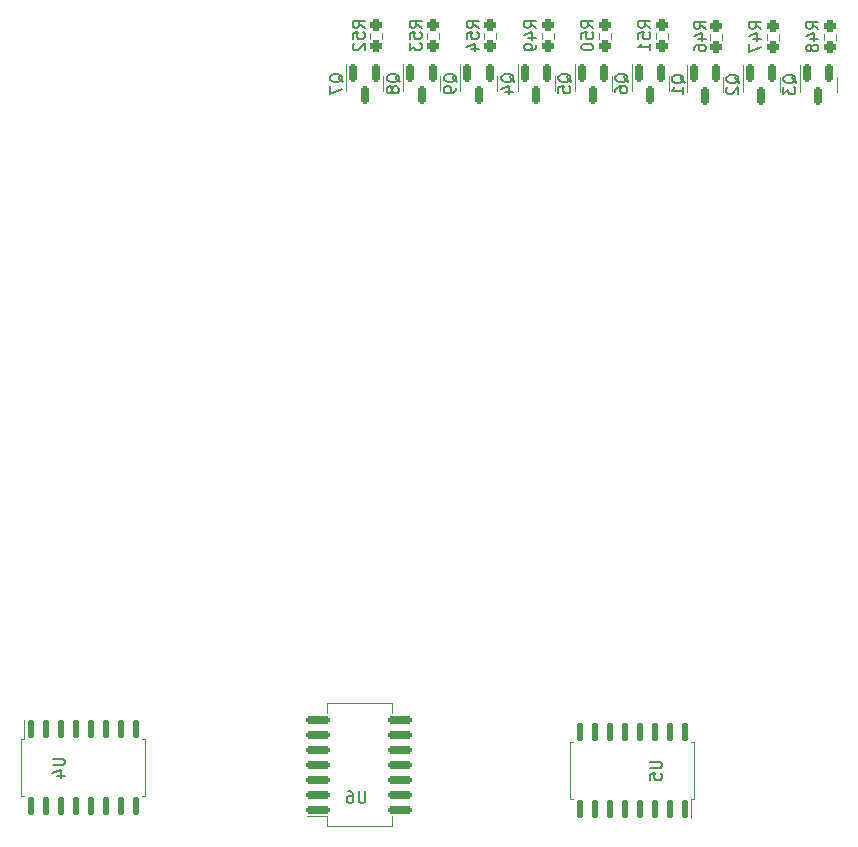
<source format=gbo>
G04 #@! TF.GenerationSoftware,KiCad,Pcbnew,(6.0.7)*
G04 #@! TF.CreationDate,2023-03-20T21:26:27-05:00*
G04 #@! TF.ProjectId,DriveBoard_Rev2,44726976-6542-46f6-9172-645f52657632,rev?*
G04 #@! TF.SameCoordinates,Original*
G04 #@! TF.FileFunction,Legend,Bot*
G04 #@! TF.FilePolarity,Positive*
%FSLAX46Y46*%
G04 Gerber Fmt 4.6, Leading zero omitted, Abs format (unit mm)*
G04 Created by KiCad (PCBNEW (6.0.7)) date 2023-03-20 21:26:27*
%MOMM*%
%LPD*%
G01*
G04 APERTURE LIST*
G04 Aperture macros list*
%AMRoundRect*
0 Rectangle with rounded corners*
0 $1 Rounding radius*
0 $2 $3 $4 $5 $6 $7 $8 $9 X,Y pos of 4 corners*
0 Add a 4 corners polygon primitive as box body*
4,1,4,$2,$3,$4,$5,$6,$7,$8,$9,$2,$3,0*
0 Add four circle primitives for the rounded corners*
1,1,$1+$1,$2,$3*
1,1,$1+$1,$4,$5*
1,1,$1+$1,$6,$7*
1,1,$1+$1,$8,$9*
0 Add four rect primitives between the rounded corners*
20,1,$1+$1,$2,$3,$4,$5,0*
20,1,$1+$1,$4,$5,$6,$7,0*
20,1,$1+$1,$6,$7,$8,$9,0*
20,1,$1+$1,$8,$9,$2,$3,0*%
G04 Aperture macros list end*
%ADD10C,0.150000*%
%ADD11C,0.120000*%
%ADD12C,1.524000*%
%ADD13R,1.600000X1.600000*%
%ADD14C,1.600000*%
%ADD15C,1.100000*%
%ADD16C,1.400000*%
%ADD17C,4.000000*%
%ADD18C,2.000000*%
%ADD19C,2.946400*%
%ADD20O,2.200000X3.500000*%
%ADD21R,1.500000X2.500000*%
%ADD22O,1.500000X2.500000*%
%ADD23C,1.308000*%
%ADD24C,1.208000*%
%ADD25O,3.000000X5.100000*%
%ADD26R,1.358000X1.358000*%
%ADD27C,1.358000*%
%ADD28RoundRect,0.237500X-0.237500X0.250000X-0.237500X-0.250000X0.237500X-0.250000X0.237500X0.250000X0*%
%ADD29RoundRect,0.150000X-0.150000X0.587500X-0.150000X-0.587500X0.150000X-0.587500X0.150000X0.587500X0*%
%ADD30RoundRect,0.137500X-0.137500X0.662500X-0.137500X-0.662500X0.137500X-0.662500X0.137500X0.662500X0*%
%ADD31RoundRect,0.137500X0.137500X-0.662500X0.137500X0.662500X-0.137500X0.662500X-0.137500X-0.662500X0*%
%ADD32RoundRect,0.150000X-0.837500X-0.150000X0.837500X-0.150000X0.837500X0.150000X-0.837500X0.150000X0*%
G04 APERTURE END LIST*
D10*
X169823380Y-69031642D02*
X169347190Y-68698309D01*
X169823380Y-68460214D02*
X168823380Y-68460214D01*
X168823380Y-68841166D01*
X168871000Y-68936404D01*
X168918619Y-68984023D01*
X169013857Y-69031642D01*
X169156714Y-69031642D01*
X169251952Y-68984023D01*
X169299571Y-68936404D01*
X169347190Y-68841166D01*
X169347190Y-68460214D01*
X169156714Y-69888785D02*
X169823380Y-69888785D01*
X168775761Y-69650690D02*
X169490047Y-69412595D01*
X169490047Y-70031642D01*
X168823380Y-70841166D02*
X168823380Y-70650690D01*
X168871000Y-70555452D01*
X168918619Y-70507833D01*
X169061476Y-70412595D01*
X169251952Y-70364976D01*
X169632904Y-70364976D01*
X169728142Y-70412595D01*
X169775761Y-70460214D01*
X169823380Y-70555452D01*
X169823380Y-70745928D01*
X169775761Y-70841166D01*
X169728142Y-70888785D01*
X169632904Y-70936404D01*
X169394809Y-70936404D01*
X169299571Y-70888785D01*
X169251952Y-70841166D01*
X169204333Y-70745928D01*
X169204333Y-70555452D01*
X169251952Y-70460214D01*
X169299571Y-70412595D01*
X169394809Y-70364976D01*
X150566380Y-68953142D02*
X150090190Y-68619809D01*
X150566380Y-68381714D02*
X149566380Y-68381714D01*
X149566380Y-68762666D01*
X149614000Y-68857904D01*
X149661619Y-68905523D01*
X149756857Y-68953142D01*
X149899714Y-68953142D01*
X149994952Y-68905523D01*
X150042571Y-68857904D01*
X150090190Y-68762666D01*
X150090190Y-68381714D01*
X149566380Y-69857904D02*
X149566380Y-69381714D01*
X150042571Y-69334095D01*
X149994952Y-69381714D01*
X149947333Y-69476952D01*
X149947333Y-69715047D01*
X149994952Y-69810285D01*
X150042571Y-69857904D01*
X150137809Y-69905523D01*
X150375904Y-69905523D01*
X150471142Y-69857904D01*
X150518761Y-69810285D01*
X150566380Y-69715047D01*
X150566380Y-69476952D01*
X150518761Y-69381714D01*
X150471142Y-69334095D01*
X149899714Y-70762666D02*
X150566380Y-70762666D01*
X149518761Y-70524571D02*
X150233047Y-70286476D01*
X150233047Y-70905523D01*
X158421619Y-73564761D02*
X158374000Y-73469523D01*
X158278761Y-73374285D01*
X158135904Y-73231428D01*
X158088285Y-73136190D01*
X158088285Y-73040952D01*
X158326380Y-73088571D02*
X158278761Y-72993333D01*
X158183523Y-72898095D01*
X157993047Y-72850476D01*
X157659714Y-72850476D01*
X157469238Y-72898095D01*
X157374000Y-72993333D01*
X157326380Y-73088571D01*
X157326380Y-73279047D01*
X157374000Y-73374285D01*
X157469238Y-73469523D01*
X157659714Y-73517142D01*
X157993047Y-73517142D01*
X158183523Y-73469523D01*
X158278761Y-73374285D01*
X158326380Y-73279047D01*
X158326380Y-73088571D01*
X157326380Y-74421904D02*
X157326380Y-73945714D01*
X157802571Y-73898095D01*
X157754952Y-73945714D01*
X157707333Y-74040952D01*
X157707333Y-74279047D01*
X157754952Y-74374285D01*
X157802571Y-74421904D01*
X157897809Y-74469523D01*
X158135904Y-74469523D01*
X158231142Y-74421904D01*
X158278761Y-74374285D01*
X158326380Y-74279047D01*
X158326380Y-74040952D01*
X158278761Y-73945714D01*
X158231142Y-73898095D01*
X174489380Y-69031642D02*
X174013190Y-68698309D01*
X174489380Y-68460214D02*
X173489380Y-68460214D01*
X173489380Y-68841166D01*
X173537000Y-68936404D01*
X173584619Y-68984023D01*
X173679857Y-69031642D01*
X173822714Y-69031642D01*
X173917952Y-68984023D01*
X173965571Y-68936404D01*
X174013190Y-68841166D01*
X174013190Y-68460214D01*
X173822714Y-69888785D02*
X174489380Y-69888785D01*
X173441761Y-69650690D02*
X174156047Y-69412595D01*
X174156047Y-70031642D01*
X173489380Y-70317357D02*
X173489380Y-70984023D01*
X174489380Y-70555452D01*
X139070619Y-73564761D02*
X139023000Y-73469523D01*
X138927761Y-73374285D01*
X138784904Y-73231428D01*
X138737285Y-73136190D01*
X138737285Y-73040952D01*
X138975380Y-73088571D02*
X138927761Y-72993333D01*
X138832523Y-72898095D01*
X138642047Y-72850476D01*
X138308714Y-72850476D01*
X138118238Y-72898095D01*
X138023000Y-72993333D01*
X137975380Y-73088571D01*
X137975380Y-73279047D01*
X138023000Y-73374285D01*
X138118238Y-73469523D01*
X138308714Y-73517142D01*
X138642047Y-73517142D01*
X138832523Y-73469523D01*
X138927761Y-73374285D01*
X138975380Y-73279047D01*
X138975380Y-73088571D01*
X137975380Y-73850476D02*
X137975380Y-74517142D01*
X138975380Y-74088571D01*
X114510380Y-130810095D02*
X115319904Y-130810095D01*
X115415142Y-130857714D01*
X115462761Y-130905333D01*
X115510380Y-131000571D01*
X115510380Y-131191047D01*
X115462761Y-131286285D01*
X115415142Y-131333904D01*
X115319904Y-131381523D01*
X114510380Y-131381523D01*
X114843714Y-132286285D02*
X115510380Y-132286285D01*
X114462761Y-132048190D02*
X115177047Y-131810095D01*
X115177047Y-132429142D01*
X163247619Y-73564761D02*
X163200000Y-73469523D01*
X163104761Y-73374285D01*
X162961904Y-73231428D01*
X162914285Y-73136190D01*
X162914285Y-73040952D01*
X163152380Y-73088571D02*
X163104761Y-72993333D01*
X163009523Y-72898095D01*
X162819047Y-72850476D01*
X162485714Y-72850476D01*
X162295238Y-72898095D01*
X162200000Y-72993333D01*
X162152380Y-73088571D01*
X162152380Y-73279047D01*
X162200000Y-73374285D01*
X162295238Y-73469523D01*
X162485714Y-73517142D01*
X162819047Y-73517142D01*
X163009523Y-73469523D01*
X163104761Y-73374285D01*
X163152380Y-73279047D01*
X163152380Y-73088571D01*
X162152380Y-74374285D02*
X162152380Y-74183809D01*
X162200000Y-74088571D01*
X162247619Y-74040952D01*
X162390476Y-73945714D01*
X162580952Y-73898095D01*
X162961904Y-73898095D01*
X163057142Y-73945714D01*
X163104761Y-73993333D01*
X163152380Y-74088571D01*
X163152380Y-74279047D01*
X163104761Y-74374285D01*
X163057142Y-74421904D01*
X162961904Y-74469523D01*
X162723809Y-74469523D01*
X162628571Y-74421904D01*
X162580952Y-74374285D01*
X162533333Y-74279047D01*
X162533333Y-74088571D01*
X162580952Y-73993333D01*
X162628571Y-73945714D01*
X162723809Y-73898095D01*
X177471619Y-73643261D02*
X177424000Y-73548023D01*
X177328761Y-73452785D01*
X177185904Y-73309928D01*
X177138285Y-73214690D01*
X177138285Y-73119452D01*
X177376380Y-73167071D02*
X177328761Y-73071833D01*
X177233523Y-72976595D01*
X177043047Y-72928976D01*
X176709714Y-72928976D01*
X176519238Y-72976595D01*
X176424000Y-73071833D01*
X176376380Y-73167071D01*
X176376380Y-73357547D01*
X176424000Y-73452785D01*
X176519238Y-73548023D01*
X176709714Y-73595642D01*
X177043047Y-73595642D01*
X177233523Y-73548023D01*
X177328761Y-73452785D01*
X177376380Y-73357547D01*
X177376380Y-73167071D01*
X176376380Y-73928976D02*
X176376380Y-74548023D01*
X176757333Y-74214690D01*
X176757333Y-74357547D01*
X176804952Y-74452785D01*
X176852571Y-74500404D01*
X176947809Y-74548023D01*
X177185904Y-74548023D01*
X177281142Y-74500404D01*
X177328761Y-74452785D01*
X177376380Y-74357547D01*
X177376380Y-74071833D01*
X177328761Y-73976595D01*
X177281142Y-73928976D01*
X165064380Y-131064095D02*
X165873904Y-131064095D01*
X165969142Y-131111714D01*
X166016761Y-131159333D01*
X166064380Y-131254571D01*
X166064380Y-131445047D01*
X166016761Y-131540285D01*
X165969142Y-131587904D01*
X165873904Y-131635523D01*
X165064380Y-131635523D01*
X165064380Y-132587904D02*
X165064380Y-132111714D01*
X165540571Y-132064095D01*
X165492952Y-132111714D01*
X165445333Y-132206952D01*
X165445333Y-132445047D01*
X165492952Y-132540285D01*
X165540571Y-132587904D01*
X165635809Y-132635523D01*
X165873904Y-132635523D01*
X165969142Y-132587904D01*
X166016761Y-132540285D01*
X166064380Y-132445047D01*
X166064380Y-132206952D01*
X166016761Y-132111714D01*
X165969142Y-132064095D01*
X148722619Y-73564761D02*
X148675000Y-73469523D01*
X148579761Y-73374285D01*
X148436904Y-73231428D01*
X148389285Y-73136190D01*
X148389285Y-73040952D01*
X148627380Y-73088571D02*
X148579761Y-72993333D01*
X148484523Y-72898095D01*
X148294047Y-72850476D01*
X147960714Y-72850476D01*
X147770238Y-72898095D01*
X147675000Y-72993333D01*
X147627380Y-73088571D01*
X147627380Y-73279047D01*
X147675000Y-73374285D01*
X147770238Y-73469523D01*
X147960714Y-73517142D01*
X148294047Y-73517142D01*
X148484523Y-73469523D01*
X148579761Y-73374285D01*
X148627380Y-73279047D01*
X148627380Y-73088571D01*
X148627380Y-73993333D02*
X148627380Y-74183809D01*
X148579761Y-74279047D01*
X148532142Y-74326666D01*
X148389285Y-74421904D01*
X148198809Y-74469523D01*
X147817857Y-74469523D01*
X147722619Y-74421904D01*
X147675000Y-74374285D01*
X147627380Y-74279047D01*
X147627380Y-74088571D01*
X147675000Y-73993333D01*
X147722619Y-73945714D01*
X147817857Y-73898095D01*
X148055952Y-73898095D01*
X148151190Y-73945714D01*
X148198809Y-73993333D01*
X148246428Y-74088571D01*
X148246428Y-74279047D01*
X148198809Y-74374285D01*
X148151190Y-74421904D01*
X148055952Y-74469523D01*
X160265380Y-68953142D02*
X159789190Y-68619809D01*
X160265380Y-68381714D02*
X159265380Y-68381714D01*
X159265380Y-68762666D01*
X159313000Y-68857904D01*
X159360619Y-68905523D01*
X159455857Y-68953142D01*
X159598714Y-68953142D01*
X159693952Y-68905523D01*
X159741571Y-68857904D01*
X159789190Y-68762666D01*
X159789190Y-68381714D01*
X159265380Y-69857904D02*
X159265380Y-69381714D01*
X159741571Y-69334095D01*
X159693952Y-69381714D01*
X159646333Y-69476952D01*
X159646333Y-69715047D01*
X159693952Y-69810285D01*
X159741571Y-69857904D01*
X159836809Y-69905523D01*
X160074904Y-69905523D01*
X160170142Y-69857904D01*
X160217761Y-69810285D01*
X160265380Y-69715047D01*
X160265380Y-69476952D01*
X160217761Y-69381714D01*
X160170142Y-69334095D01*
X159265380Y-70524571D02*
X159265380Y-70619809D01*
X159313000Y-70715047D01*
X159360619Y-70762666D01*
X159455857Y-70810285D01*
X159646333Y-70857904D01*
X159884428Y-70857904D01*
X160074904Y-70810285D01*
X160170142Y-70762666D01*
X160217761Y-70715047D01*
X160265380Y-70619809D01*
X160265380Y-70524571D01*
X160217761Y-70429333D01*
X160170142Y-70381714D01*
X160074904Y-70334095D01*
X159884428Y-70286476D01*
X159646333Y-70286476D01*
X159455857Y-70334095D01*
X159360619Y-70381714D01*
X159313000Y-70429333D01*
X159265380Y-70524571D01*
X179315380Y-69031642D02*
X178839190Y-68698309D01*
X179315380Y-68460214D02*
X178315380Y-68460214D01*
X178315380Y-68841166D01*
X178363000Y-68936404D01*
X178410619Y-68984023D01*
X178505857Y-69031642D01*
X178648714Y-69031642D01*
X178743952Y-68984023D01*
X178791571Y-68936404D01*
X178839190Y-68841166D01*
X178839190Y-68460214D01*
X178648714Y-69888785D02*
X179315380Y-69888785D01*
X178267761Y-69650690D02*
X178982047Y-69412595D01*
X178982047Y-70031642D01*
X178743952Y-70555452D02*
X178696333Y-70460214D01*
X178648714Y-70412595D01*
X178553476Y-70364976D01*
X178505857Y-70364976D01*
X178410619Y-70412595D01*
X178363000Y-70460214D01*
X178315380Y-70555452D01*
X178315380Y-70745928D01*
X178363000Y-70841166D01*
X178410619Y-70888785D01*
X178505857Y-70936404D01*
X178553476Y-70936404D01*
X178648714Y-70888785D01*
X178696333Y-70841166D01*
X178743952Y-70745928D01*
X178743952Y-70555452D01*
X178791571Y-70460214D01*
X178839190Y-70412595D01*
X178934428Y-70364976D01*
X179124904Y-70364976D01*
X179220142Y-70412595D01*
X179267761Y-70460214D01*
X179315380Y-70555452D01*
X179315380Y-70745928D01*
X179267761Y-70841166D01*
X179220142Y-70888785D01*
X179124904Y-70936404D01*
X178934428Y-70936404D01*
X178839190Y-70888785D01*
X178791571Y-70841166D01*
X178743952Y-70745928D01*
X172645619Y-73643261D02*
X172598000Y-73548023D01*
X172502761Y-73452785D01*
X172359904Y-73309928D01*
X172312285Y-73214690D01*
X172312285Y-73119452D01*
X172550380Y-73167071D02*
X172502761Y-73071833D01*
X172407523Y-72976595D01*
X172217047Y-72928976D01*
X171883714Y-72928976D01*
X171693238Y-72976595D01*
X171598000Y-73071833D01*
X171550380Y-73167071D01*
X171550380Y-73357547D01*
X171598000Y-73452785D01*
X171693238Y-73548023D01*
X171883714Y-73595642D01*
X172217047Y-73595642D01*
X172407523Y-73548023D01*
X172502761Y-73452785D01*
X172550380Y-73357547D01*
X172550380Y-73167071D01*
X171645619Y-73976595D02*
X171598000Y-74024214D01*
X171550380Y-74119452D01*
X171550380Y-74357547D01*
X171598000Y-74452785D01*
X171645619Y-74500404D01*
X171740857Y-74548023D01*
X171836095Y-74548023D01*
X171978952Y-74500404D01*
X172550380Y-73928976D01*
X172550380Y-74548023D01*
X145740380Y-68953142D02*
X145264190Y-68619809D01*
X145740380Y-68381714D02*
X144740380Y-68381714D01*
X144740380Y-68762666D01*
X144788000Y-68857904D01*
X144835619Y-68905523D01*
X144930857Y-68953142D01*
X145073714Y-68953142D01*
X145168952Y-68905523D01*
X145216571Y-68857904D01*
X145264190Y-68762666D01*
X145264190Y-68381714D01*
X144740380Y-69857904D02*
X144740380Y-69381714D01*
X145216571Y-69334095D01*
X145168952Y-69381714D01*
X145121333Y-69476952D01*
X145121333Y-69715047D01*
X145168952Y-69810285D01*
X145216571Y-69857904D01*
X145311809Y-69905523D01*
X145549904Y-69905523D01*
X145645142Y-69857904D01*
X145692761Y-69810285D01*
X145740380Y-69715047D01*
X145740380Y-69476952D01*
X145692761Y-69381714D01*
X145645142Y-69334095D01*
X144740380Y-70238857D02*
X144740380Y-70857904D01*
X145121333Y-70524571D01*
X145121333Y-70667428D01*
X145168952Y-70762666D01*
X145216571Y-70810285D01*
X145311809Y-70857904D01*
X145549904Y-70857904D01*
X145645142Y-70810285D01*
X145692761Y-70762666D01*
X145740380Y-70667428D01*
X145740380Y-70381714D01*
X145692761Y-70286476D01*
X145645142Y-70238857D01*
X165091380Y-68953142D02*
X164615190Y-68619809D01*
X165091380Y-68381714D02*
X164091380Y-68381714D01*
X164091380Y-68762666D01*
X164139000Y-68857904D01*
X164186619Y-68905523D01*
X164281857Y-68953142D01*
X164424714Y-68953142D01*
X164519952Y-68905523D01*
X164567571Y-68857904D01*
X164615190Y-68762666D01*
X164615190Y-68381714D01*
X164091380Y-69857904D02*
X164091380Y-69381714D01*
X164567571Y-69334095D01*
X164519952Y-69381714D01*
X164472333Y-69476952D01*
X164472333Y-69715047D01*
X164519952Y-69810285D01*
X164567571Y-69857904D01*
X164662809Y-69905523D01*
X164900904Y-69905523D01*
X164996142Y-69857904D01*
X165043761Y-69810285D01*
X165091380Y-69715047D01*
X165091380Y-69476952D01*
X165043761Y-69381714D01*
X164996142Y-69334095D01*
X165091380Y-70857904D02*
X165091380Y-70286476D01*
X165091380Y-70572190D02*
X164091380Y-70572190D01*
X164234238Y-70476952D01*
X164329476Y-70381714D01*
X164377095Y-70286476D01*
X140969904Y-133564380D02*
X140969904Y-134373904D01*
X140922285Y-134469142D01*
X140874666Y-134516761D01*
X140779428Y-134564380D01*
X140588952Y-134564380D01*
X140493714Y-134516761D01*
X140446095Y-134469142D01*
X140398476Y-134373904D01*
X140398476Y-133564380D01*
X139493714Y-133564380D02*
X139684190Y-133564380D01*
X139779428Y-133612000D01*
X139827047Y-133659619D01*
X139922285Y-133802476D01*
X139969904Y-133992952D01*
X139969904Y-134373904D01*
X139922285Y-134469142D01*
X139874666Y-134516761D01*
X139779428Y-134564380D01*
X139588952Y-134564380D01*
X139493714Y-134516761D01*
X139446095Y-134469142D01*
X139398476Y-134373904D01*
X139398476Y-134135809D01*
X139446095Y-134040571D01*
X139493714Y-133992952D01*
X139588952Y-133945333D01*
X139779428Y-133945333D01*
X139874666Y-133992952D01*
X139922285Y-134040571D01*
X139969904Y-134135809D01*
X140914380Y-68953142D02*
X140438190Y-68619809D01*
X140914380Y-68381714D02*
X139914380Y-68381714D01*
X139914380Y-68762666D01*
X139962000Y-68857904D01*
X140009619Y-68905523D01*
X140104857Y-68953142D01*
X140247714Y-68953142D01*
X140342952Y-68905523D01*
X140390571Y-68857904D01*
X140438190Y-68762666D01*
X140438190Y-68381714D01*
X139914380Y-69857904D02*
X139914380Y-69381714D01*
X140390571Y-69334095D01*
X140342952Y-69381714D01*
X140295333Y-69476952D01*
X140295333Y-69715047D01*
X140342952Y-69810285D01*
X140390571Y-69857904D01*
X140485809Y-69905523D01*
X140723904Y-69905523D01*
X140819142Y-69857904D01*
X140866761Y-69810285D01*
X140914380Y-69715047D01*
X140914380Y-69476952D01*
X140866761Y-69381714D01*
X140819142Y-69334095D01*
X140009619Y-70286476D02*
X139962000Y-70334095D01*
X139914380Y-70429333D01*
X139914380Y-70667428D01*
X139962000Y-70762666D01*
X140009619Y-70810285D01*
X140104857Y-70857904D01*
X140200095Y-70857904D01*
X140342952Y-70810285D01*
X140914380Y-70238857D01*
X140914380Y-70857904D01*
X167999619Y-73643261D02*
X167952000Y-73548023D01*
X167856761Y-73452785D01*
X167713904Y-73309928D01*
X167666285Y-73214690D01*
X167666285Y-73119452D01*
X167904380Y-73167071D02*
X167856761Y-73071833D01*
X167761523Y-72976595D01*
X167571047Y-72928976D01*
X167237714Y-72928976D01*
X167047238Y-72976595D01*
X166952000Y-73071833D01*
X166904380Y-73167071D01*
X166904380Y-73357547D01*
X166952000Y-73452785D01*
X167047238Y-73548023D01*
X167237714Y-73595642D01*
X167571047Y-73595642D01*
X167761523Y-73548023D01*
X167856761Y-73452785D01*
X167904380Y-73357547D01*
X167904380Y-73167071D01*
X167904380Y-74548023D02*
X167904380Y-73976595D01*
X167904380Y-74262309D02*
X166904380Y-74262309D01*
X167047238Y-74167071D01*
X167142476Y-74071833D01*
X167190095Y-73976595D01*
X143896619Y-73564761D02*
X143849000Y-73469523D01*
X143753761Y-73374285D01*
X143610904Y-73231428D01*
X143563285Y-73136190D01*
X143563285Y-73040952D01*
X143801380Y-73088571D02*
X143753761Y-72993333D01*
X143658523Y-72898095D01*
X143468047Y-72850476D01*
X143134714Y-72850476D01*
X142944238Y-72898095D01*
X142849000Y-72993333D01*
X142801380Y-73088571D01*
X142801380Y-73279047D01*
X142849000Y-73374285D01*
X142944238Y-73469523D01*
X143134714Y-73517142D01*
X143468047Y-73517142D01*
X143658523Y-73469523D01*
X143753761Y-73374285D01*
X143801380Y-73279047D01*
X143801380Y-73088571D01*
X143229952Y-74088571D02*
X143182333Y-73993333D01*
X143134714Y-73945714D01*
X143039476Y-73898095D01*
X142991857Y-73898095D01*
X142896619Y-73945714D01*
X142849000Y-73993333D01*
X142801380Y-74088571D01*
X142801380Y-74279047D01*
X142849000Y-74374285D01*
X142896619Y-74421904D01*
X142991857Y-74469523D01*
X143039476Y-74469523D01*
X143134714Y-74421904D01*
X143182333Y-74374285D01*
X143229952Y-74279047D01*
X143229952Y-74088571D01*
X143277571Y-73993333D01*
X143325190Y-73945714D01*
X143420428Y-73898095D01*
X143610904Y-73898095D01*
X143706142Y-73945714D01*
X143753761Y-73993333D01*
X143801380Y-74088571D01*
X143801380Y-74279047D01*
X143753761Y-74374285D01*
X143706142Y-74421904D01*
X143610904Y-74469523D01*
X143420428Y-74469523D01*
X143325190Y-74421904D01*
X143277571Y-74374285D01*
X143229952Y-74279047D01*
X155439380Y-68953142D02*
X154963190Y-68619809D01*
X155439380Y-68381714D02*
X154439380Y-68381714D01*
X154439380Y-68762666D01*
X154487000Y-68857904D01*
X154534619Y-68905523D01*
X154629857Y-68953142D01*
X154772714Y-68953142D01*
X154867952Y-68905523D01*
X154915571Y-68857904D01*
X154963190Y-68762666D01*
X154963190Y-68381714D01*
X154772714Y-69810285D02*
X155439380Y-69810285D01*
X154391761Y-69572190D02*
X155106047Y-69334095D01*
X155106047Y-69953142D01*
X155439380Y-70381714D02*
X155439380Y-70572190D01*
X155391761Y-70667428D01*
X155344142Y-70715047D01*
X155201285Y-70810285D01*
X155010809Y-70857904D01*
X154629857Y-70857904D01*
X154534619Y-70810285D01*
X154487000Y-70762666D01*
X154439380Y-70667428D01*
X154439380Y-70476952D01*
X154487000Y-70381714D01*
X154534619Y-70334095D01*
X154629857Y-70286476D01*
X154867952Y-70286476D01*
X154963190Y-70334095D01*
X155010809Y-70381714D01*
X155058428Y-70476952D01*
X155058428Y-70667428D01*
X155010809Y-70762666D01*
X154963190Y-70810285D01*
X154867952Y-70857904D01*
X153595619Y-73564761D02*
X153548000Y-73469523D01*
X153452761Y-73374285D01*
X153309904Y-73231428D01*
X153262285Y-73136190D01*
X153262285Y-73040952D01*
X153500380Y-73088571D02*
X153452761Y-72993333D01*
X153357523Y-72898095D01*
X153167047Y-72850476D01*
X152833714Y-72850476D01*
X152643238Y-72898095D01*
X152548000Y-72993333D01*
X152500380Y-73088571D01*
X152500380Y-73279047D01*
X152548000Y-73374285D01*
X152643238Y-73469523D01*
X152833714Y-73517142D01*
X153167047Y-73517142D01*
X153357523Y-73469523D01*
X153452761Y-73374285D01*
X153500380Y-73279047D01*
X153500380Y-73088571D01*
X152833714Y-74374285D02*
X153500380Y-74374285D01*
X152452761Y-74136190D02*
X153167047Y-73898095D01*
X153167047Y-74517142D01*
D11*
X171163500Y-69419776D02*
X171163500Y-69929224D01*
X170118500Y-69419776D02*
X170118500Y-69929224D01*
X152066500Y-69341276D02*
X152066500Y-69850724D01*
X151021500Y-69341276D02*
X151021500Y-69850724D01*
X161834000Y-73660000D02*
X161834000Y-74310000D01*
X158714000Y-73660000D02*
X158714000Y-71985000D01*
X161834000Y-73660000D02*
X161834000Y-73010000D01*
X158714000Y-73660000D02*
X158714000Y-74310000D01*
X175989500Y-69419776D02*
X175989500Y-69929224D01*
X174944500Y-69419776D02*
X174944500Y-69929224D01*
X142483000Y-73660000D02*
X142483000Y-74310000D01*
X139363000Y-73660000D02*
X139363000Y-71985000D01*
X139363000Y-73660000D02*
X139363000Y-74310000D01*
X142483000Y-73660000D02*
X142483000Y-73010000D01*
X111834000Y-131572000D02*
X111834000Y-129187000D01*
X111834000Y-131572000D02*
X111834000Y-133957000D01*
X122354000Y-133957000D02*
X122074000Y-133957000D01*
X112114000Y-129187000D02*
X112114000Y-127522000D01*
X122354000Y-131572000D02*
X122354000Y-129187000D01*
X111834000Y-129187000D02*
X112114000Y-129187000D01*
X111834000Y-133957000D02*
X112114000Y-133957000D01*
X122354000Y-131572000D02*
X122354000Y-133957000D01*
X122354000Y-129187000D02*
X122074000Y-129187000D01*
X166660000Y-73660000D02*
X166660000Y-74310000D01*
X166660000Y-73660000D02*
X166660000Y-73010000D01*
X163540000Y-73660000D02*
X163540000Y-71985000D01*
X163540000Y-73660000D02*
X163540000Y-74310000D01*
X177764000Y-73738500D02*
X177764000Y-72063500D01*
X180884000Y-73738500D02*
X180884000Y-74388500D01*
X177764000Y-73738500D02*
X177764000Y-74388500D01*
X180884000Y-73738500D02*
X180884000Y-73088500D01*
X158316000Y-131826000D02*
X158316000Y-129441000D01*
X168556000Y-134211000D02*
X168556000Y-135876000D01*
X158316000Y-129441000D02*
X158596000Y-129441000D01*
X168836000Y-131826000D02*
X168836000Y-129441000D01*
X168836000Y-134211000D02*
X168556000Y-134211000D01*
X168836000Y-129441000D02*
X168556000Y-129441000D01*
X158316000Y-134211000D02*
X158596000Y-134211000D01*
X158316000Y-131826000D02*
X158316000Y-134211000D01*
X168836000Y-131826000D02*
X168836000Y-134211000D01*
X149015000Y-73660000D02*
X149015000Y-71985000D01*
X152135000Y-73660000D02*
X152135000Y-73010000D01*
X152135000Y-73660000D02*
X152135000Y-74310000D01*
X149015000Y-73660000D02*
X149015000Y-74310000D01*
X161765500Y-69341276D02*
X161765500Y-69850724D01*
X160720500Y-69341276D02*
X160720500Y-69850724D01*
X180815500Y-69419776D02*
X180815500Y-69929224D01*
X179770500Y-69419776D02*
X179770500Y-69929224D01*
X176058000Y-73738500D02*
X176058000Y-74388500D01*
X172938000Y-73738500D02*
X172938000Y-74388500D01*
X176058000Y-73738500D02*
X176058000Y-73088500D01*
X172938000Y-73738500D02*
X172938000Y-72063500D01*
X147240500Y-69341276D02*
X147240500Y-69850724D01*
X146195500Y-69341276D02*
X146195500Y-69850724D01*
X165546500Y-69341276D02*
X165546500Y-69850724D01*
X166591500Y-69341276D02*
X166591500Y-69850724D01*
X140462000Y-126108000D02*
X143222000Y-126108000D01*
X137702000Y-126108000D02*
X137702000Y-126948000D01*
X140462000Y-126108000D02*
X137702000Y-126108000D01*
X143222000Y-136528000D02*
X143222000Y-135688000D01*
X137702000Y-135688000D02*
X136012000Y-135688000D01*
X140462000Y-136528000D02*
X143222000Y-136528000D01*
X143222000Y-126108000D02*
X143222000Y-126948000D01*
X137702000Y-136528000D02*
X137702000Y-135688000D01*
X140462000Y-136528000D02*
X137702000Y-136528000D01*
X142414500Y-69341276D02*
X142414500Y-69850724D01*
X141369500Y-69341276D02*
X141369500Y-69850724D01*
X168178000Y-73738500D02*
X168178000Y-72063500D01*
X171298000Y-73738500D02*
X171298000Y-73088500D01*
X171298000Y-73738500D02*
X171298000Y-74388500D01*
X168178000Y-73738500D02*
X168178000Y-74388500D01*
X144189000Y-73660000D02*
X144189000Y-71985000D01*
X147309000Y-73660000D02*
X147309000Y-73010000D01*
X144189000Y-73660000D02*
X144189000Y-74310000D01*
X147309000Y-73660000D02*
X147309000Y-74310000D01*
X156939500Y-69341276D02*
X156939500Y-69850724D01*
X155894500Y-69341276D02*
X155894500Y-69850724D01*
X153888000Y-73660000D02*
X153888000Y-71985000D01*
X157008000Y-73660000D02*
X157008000Y-74310000D01*
X157008000Y-73660000D02*
X157008000Y-73010000D01*
X153888000Y-73660000D02*
X153888000Y-74310000D01*
%LPC*%
D12*
X65532000Y-55245000D03*
X62992000Y-55245000D03*
X60452000Y-55245000D03*
D13*
X75631113Y-51816000D03*
D14*
X73631113Y-51816000D03*
D15*
X48814000Y-68936000D03*
X51354000Y-70206000D03*
X48814000Y-71476000D03*
X51354000Y-72746000D03*
X48814000Y-74016000D03*
X51354000Y-75286000D03*
X48814000Y-76556000D03*
X51354000Y-77826000D03*
D16*
X37384000Y-67056000D03*
X39174000Y-69596000D03*
X37384000Y-77166000D03*
X39174000Y-79706000D03*
D17*
X42464000Y-67666000D03*
X42464000Y-79096000D03*
D18*
X45514000Y-81256000D03*
X45514000Y-65506000D03*
D12*
X115316000Y-41910000D03*
X115316000Y-44450000D03*
X115316000Y-46990000D03*
X115316000Y-49530000D03*
X115316000Y-52070000D03*
X115316000Y-54610000D03*
X115316000Y-57150000D03*
X115316000Y-59690000D03*
X115316000Y-62230000D03*
D19*
X180086000Y-42164000D03*
D20*
X116403250Y-79335000D03*
X124603250Y-79335000D03*
D21*
X118503250Y-79335000D03*
D22*
X120503250Y-79335000D03*
X122503250Y-79335000D03*
D19*
X35814000Y-42164000D03*
D13*
X73720888Y-67056000D03*
D14*
X75720888Y-67056000D03*
D12*
X108204001Y-62154997D03*
X108204001Y-59614997D03*
X108204001Y-57074997D03*
X108204001Y-54534997D03*
X108204001Y-51994997D03*
X108204001Y-49454997D03*
X108204001Y-46914997D03*
X108204001Y-44374997D03*
X108204001Y-41834997D03*
X162560000Y-41910000D03*
X162560000Y-44450000D03*
X162560000Y-46990000D03*
X162560000Y-49530000D03*
X162560000Y-52070000D03*
X162560000Y-54610000D03*
X162560000Y-57150000D03*
X162560000Y-59690000D03*
X162560000Y-62230000D03*
D19*
X35731580Y-135718420D03*
D12*
X91440000Y-41910000D03*
X91440000Y-44450000D03*
X91440000Y-46990000D03*
D23*
X36418000Y-103110500D03*
X38958000Y-103110500D03*
X41498000Y-103110500D03*
X44038000Y-103110500D03*
X69438000Y-103110500D03*
X38958000Y-87870500D03*
X46578000Y-103110500D03*
X49118000Y-103110500D03*
X51658000Y-103110500D03*
X54198000Y-103110500D03*
X56738000Y-103110500D03*
X59278000Y-103110500D03*
X61818000Y-103110500D03*
X64358000Y-103110500D03*
X66898000Y-103110500D03*
X66898000Y-87870500D03*
X64358000Y-87870500D03*
X61818000Y-87870500D03*
X59278000Y-87870500D03*
X56738000Y-87870500D03*
X54198000Y-87870500D03*
X51658000Y-87870500D03*
X49118000Y-87870500D03*
X46578000Y-87870500D03*
X44038000Y-87870500D03*
X41498000Y-87870500D03*
X71978000Y-103110500D03*
X74518000Y-103110500D03*
X77058000Y-103110500D03*
X79598000Y-103110500D03*
X82138000Y-103110500D03*
X84678000Y-103110500D03*
X87218000Y-103110500D03*
X89758000Y-103110500D03*
X92298000Y-103110500D03*
X92298000Y-87870500D03*
X89758000Y-87870500D03*
X87218000Y-87870500D03*
X84678000Y-87870500D03*
X82138000Y-87870500D03*
X79598000Y-87870500D03*
X77058000Y-87870500D03*
X74518000Y-87870500D03*
X71978000Y-87870500D03*
X33878000Y-103110500D03*
X69438000Y-87870500D03*
X36418000Y-87870500D03*
D24*
X48848000Y-92320500D03*
X46848000Y-92320500D03*
X46848000Y-90320500D03*
X48848000Y-90320500D03*
X48848000Y-94320500D03*
X46848000Y-94320500D03*
D23*
X33878000Y-87870500D03*
D19*
X180168420Y-135718420D03*
D25*
X49592200Y-50521000D03*
X49592200Y-58395000D03*
D26*
X75692000Y-45692000D03*
D27*
X78232000Y-45692000D03*
X80772000Y-45692000D03*
D12*
X140716000Y-62230000D03*
X140716000Y-59690000D03*
X140716000Y-57150000D03*
X140716000Y-54610000D03*
X140716000Y-52070000D03*
X140716000Y-49530000D03*
X140716000Y-46990000D03*
X140716000Y-44450000D03*
X140716000Y-41910000D03*
D26*
X75692000Y-61440000D03*
D27*
X78232000Y-61440000D03*
X80772000Y-61440000D03*
D12*
X147828000Y-41910000D03*
X147828000Y-44450000D03*
X147828000Y-46990000D03*
X147828000Y-49530000D03*
X147828000Y-52070000D03*
X147828000Y-54610000D03*
X147828000Y-57150000D03*
X147828000Y-59690000D03*
X147828000Y-62230000D03*
D28*
X170641000Y-68762000D03*
X170641000Y-70587000D03*
X151544000Y-68683500D03*
X151544000Y-70508500D03*
D29*
X159324000Y-72722500D03*
X161224000Y-72722500D03*
X160274000Y-74597500D03*
D28*
X175467000Y-68762000D03*
X175467000Y-70587000D03*
D29*
X139973000Y-72722500D03*
X141873000Y-72722500D03*
X140923000Y-74597500D03*
D30*
X112649000Y-128322000D03*
X113919000Y-128322000D03*
X115189000Y-128322000D03*
X116459000Y-128322000D03*
X117729000Y-128322000D03*
X118999000Y-128322000D03*
X120269000Y-128322000D03*
X121539000Y-128322000D03*
X121539000Y-134822000D03*
X120269000Y-134822000D03*
X118999000Y-134822000D03*
X117729000Y-134822000D03*
X116459000Y-134822000D03*
X115189000Y-134822000D03*
X113919000Y-134822000D03*
X112649000Y-134822000D03*
D29*
X164150000Y-72722500D03*
X166050000Y-72722500D03*
X165100000Y-74597500D03*
X178374000Y-72801000D03*
X180274000Y-72801000D03*
X179324000Y-74676000D03*
D31*
X168021000Y-135076000D03*
X166751000Y-135076000D03*
X165481000Y-135076000D03*
X164211000Y-135076000D03*
X162941000Y-135076000D03*
X161671000Y-135076000D03*
X160401000Y-135076000D03*
X159131000Y-135076000D03*
X159131000Y-128576000D03*
X160401000Y-128576000D03*
X161671000Y-128576000D03*
X162941000Y-128576000D03*
X164211000Y-128576000D03*
X165481000Y-128576000D03*
X166751000Y-128576000D03*
X168021000Y-128576000D03*
D29*
X149625000Y-72722500D03*
X151525000Y-72722500D03*
X150575000Y-74597500D03*
D28*
X161243000Y-68683500D03*
X161243000Y-70508500D03*
X180293000Y-68762000D03*
X180293000Y-70587000D03*
D29*
X173548000Y-72801000D03*
X175448000Y-72801000D03*
X174498000Y-74676000D03*
D28*
X146718000Y-68683500D03*
X146718000Y-70508500D03*
X166069000Y-68683500D03*
X166069000Y-70508500D03*
D32*
X136999500Y-135128000D03*
X136999500Y-133858000D03*
X136999500Y-132588000D03*
X136999500Y-131318000D03*
X136999500Y-130048000D03*
X136999500Y-128778000D03*
X136999500Y-127508000D03*
X143924500Y-127508000D03*
X143924500Y-128778000D03*
X143924500Y-130048000D03*
X143924500Y-131318000D03*
X143924500Y-132588000D03*
X143924500Y-133858000D03*
X143924500Y-135128000D03*
D28*
X141892000Y-68683500D03*
X141892000Y-70508500D03*
D29*
X168788000Y-72801000D03*
X170688000Y-72801000D03*
X169738000Y-74676000D03*
X144799000Y-72722500D03*
X146699000Y-72722500D03*
X145749000Y-74597500D03*
D28*
X156417000Y-68683500D03*
X156417000Y-70508500D03*
D29*
X154498000Y-72722500D03*
X156398000Y-72722500D03*
X155448000Y-74597500D03*
M02*

</source>
